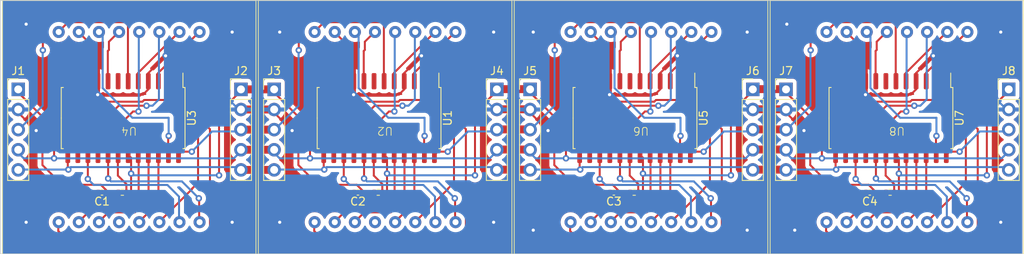
<source format=kicad_pcb>
(kicad_pcb (version 20221018) (generator pcbnew)
  (layers (0 "F.Cu" signal) (31 "B.Cu" signal) (34 "B.Paste" user) (35 "F.Paste" user) (36 "B.SilkS" user "B.Silkscreen") (37 "F.SilkS" user "F.Silkscreen") (38 "B.Mask" user) (39 "F.Mask" user) (44 "Edge.Cuts" user))
  (net 0 "")
  (net 1 "Net-(U3-SEG_B)")
  (net 2 "Net-(U3-DIG_0)")
  (net 3 "Net-(U3-DIG_4)")
  (net 4 "Net-(U3-DIG_6)")
  (net 5 "Net-(U3-DIG_2)")
  (net 6 "Net-(U3-DIG_3)")
  (net 7 "Net-(U3-DIG_7)")
  (net 8 "Net-(U3-DIG_5)")
  (net 9 "Net-(U3-DIG_1)")
  (net 10 "Net-(U3-SEG_A)")
  (net 11 "Net-(U3-SEG_F)")
  (net 12 "Net-(U3-SEG_G)")
  (net 13 "Net-(U3-SEG_C)")
  (net 14 "Net-(U3-SEG_E)")
  (net 15 "Net-(U3-SEG_DP)")
  (net 16 "Net-(U3-SEG_D)")
  (net 17 "Net-(U3-ISET)")
  (net 18 "/Max7219_8x8/DOUT")
  (net 19 "/Max7219_8x8/DIN")
  (net 20 "/Max7219_8x10/VCC")
  (net 21 "/Max7219_8x10/GND")
  (net 22 "/Max7219_8x10/DIN")
  (net 23 "/Max7219_8x10/CS")
  (net 24 "/Max7219_8x10/CLK")
  (net 25 "/Max7219_8x10/DOUT")
  (net 26 "/Max7219_8x11/DOUT")
  (net 27 "Net-(U1-ISET)")
  (net 28 "Net-(U5-ISET)")
  (net 29 "Net-(U7-ISET)")
  (net 30 "Net-(U1-DIG_0)")
  (net 31 "Net-(U1-DIG_4)")
  (net 32 "Net-(U1-DIG_6)")
  (net 33 "Net-(U1-DIG_2)")
  (net 34 "Net-(U1-DIG_3)")
  (net 35 "Net-(U1-DIG_7)")
  (net 36 "Net-(U1-DIG_5)")
  (net 37 "Net-(U1-DIG_1)")
  (net 38 "Net-(U1-SEG_A)")
  (net 39 "Net-(U1-SEG_F)")
  (net 40 "Net-(U1-SEG_B)")
  (net 41 "Net-(U1-SEG_G)")
  (net 42 "Net-(U1-SEG_C)")
  (net 43 "Net-(U1-SEG_E)")
  (net 44 "Net-(U1-SEG_DP)")
  (net 45 "Net-(U1-SEG_D)")
  (net 46 "Net-(U5-DIG_0)")
  (net 47 "Net-(U5-DIG_4)")
  (net 48 "Net-(U5-DIG_6)")
  (net 49 "Net-(U5-DIG_2)")
  (net 50 "Net-(U5-DIG_3)")
  (net 51 "Net-(U5-DIG_7)")
  (net 52 "Net-(U5-DIG_5)")
  (net 53 "Net-(U5-DIG_1)")
  (net 54 "Net-(U5-SEG_A)")
  (net 55 "Net-(U5-SEG_F)")
  (net 56 "Net-(U5-SEG_B)")
  (net 57 "Net-(U5-SEG_G)")
  (net 58 "Net-(U5-SEG_C)")
  (net 59 "Net-(U5-SEG_E)")
  (net 60 "Net-(U5-SEG_DP)")
  (net 61 "Net-(U5-SEG_D)")
  (net 62 "Net-(U7-DIG_0)")
  (net 63 "Net-(U7-DIG_4)")
  (net 64 "Net-(U7-DIG_6)")
  (net 65 "Net-(U7-DIG_2)")
  (net 66 "Net-(U7-DIG_3)")
  (net 67 "Net-(U7-DIG_7)")
  (net 68 "Net-(U7-DIG_5)")
  (net 69 "Net-(U7-DIG_1)")
  (net 70 "Net-(U7-SEG_A)")
  (net 71 "Net-(U7-SEG_F)")
  (net 72 "Net-(U7-SEG_B)")
  (net 73 "Net-(U7-SEG_G)")
  (net 74 "Net-(U7-SEG_C)")
  (net 75 "Net-(U7-SEG_E)")
  (net 76 "Net-(U7-SEG_DP)")
  (net 77 "Net-(U7-SEG_D)")
  (footprint "Resistor_SMD:R_0402_1005Metric" (layer "F.Cu") (at 44.140667 61.214)
    (fp_text reference "R1" hide)
    (fp_text value "10k")
  )
  (footprint "Connector_PinHeader_2.54mm:PinHeader_1x05_P2.54mm_Vertical" (layer "F.Cu") (at 95.600001 48.23)
    (fp_text reference "J5")
    (fp_text value "Input")
  )
  (footprint "Capacitor_SMD:C_0402_1005Metric" (layer "F.Cu") (at 138.474668 61.214 180)
    (fp_text reference "C4")
    (fp_text value "0.1uF" hide)
  )
  (footprint "Resistor_SMD:R_0402_1005Metric" (layer "F.Cu") (at 76.440668 61.214)
    (fp_text reference "R2" hide)
    (fp_text value "10k")
  )
  (footprint "Connector_PinHeader_2.54mm:PinHeader_1x05_P2.54mm_Vertical" (layer "F.Cu") (at 59.11 48.23)
    (fp_text reference "J2")
    (fp_text value "Out")
  )
  (footprint "Connector_PinHeader_2.54mm:PinHeader_1x05_P2.54mm_Vertical" (layer "F.Cu") (at 156.010001 48.230001)
    (fp_text reference "J8")
    (fp_text value "Out")
  )
  (footprint "Package_SO:SOIC-24W_7.5x15.4mm_P1.27mm" (layer "F.Cu") (at 108.841668 51.85 -90)
    (fp_text reference "U5")
    (fp_text value "MAX7221xWG")
  )
  (footprint "Capacitor_SMD:C_0402_1005Metric" (layer "F.Cu") (at 41.574667 61.214 180)
    (fp_text reference "C1")
    (fp_text value "0.1uF" hide)
  )
  (footprint "Connector_PinHeader_2.54mm:PinHeader_1x05_P2.54mm_Vertical" (layer "F.Cu") (at 123.710001 48.230001)
    (fp_text reference "J6")
    (fp_text value "Out")
  )
  (footprint "LED_Matrix:8x8" (layer "F.Cu") (at 141.9 53 180)
    (fp_text reference "U8")
    (fp_text value "KWM-30881CVB")
  )
  (footprint "Connector_PinHeader_2.54mm:PinHeader_1x05_P2.54mm_Vertical" (layer "F.Cu") (at 31 48.23)
    (fp_text reference "J1")
    (fp_text value "Input")
  )
  (footprint "Capacitor_SMD:C_0402_1005Metric" (layer "F.Cu") (at 106.174668 61.214 180)
    (fp_text reference "C3")
    (fp_text value "0.1uF" hide)
  )
  (footprint "LED_Matrix:8x8" (layer "F.Cu") (at 77.3 53 180)
    (fp_text reference "U2")
    (fp_text value "KWM-30881CVB")
  )
  (footprint "Capacitor_SMD:C_0402_1005Metric" (layer "F.Cu") (at 73.874668 61.214 180)
    (fp_text reference "C2")
    (fp_text value "0.1uF" hide)
  )
  (footprint "Resistor_SMD:R_0402_1005Metric" (layer "F.Cu") (at 141.040668 61.214)
    (fp_text reference "R4" hide)
    (fp_text value "10k")
  )
  (footprint "Package_SO:SOIC-24W_7.5x15.4mm_P1.27mm" (layer "F.Cu") (at 44.241667 51.85 -90)
    (fp_text reference "U3")
    (fp_text value "MAX7221xWG")
  )
  (footprint "Connector_PinHeader_2.54mm:PinHeader_1x05_P2.54mm_Vertical" (layer "F.Cu") (at 91.410001 48.230001)
    (fp_text reference "J4")
    (fp_text value "Out")
  )
  (footprint "Connector_PinHeader_2.54mm:PinHeader_1x05_P2.54mm_Vertical" (layer "F.Cu") (at 127.900001 48.23)
    (fp_text reference "J7")
    (fp_text value "Input")
  )
  (footprint "Package_SO:SOIC-24W_7.5x15.4mm_P1.27mm" (layer "F.Cu") (at 76.541668 51.85 -90)
    (fp_text reference "U1")
    (fp_text value "MAX7221xWG")
  )
  (footprint "LED_Matrix:8x8" (layer "F.Cu") (at 109.6 53 180)
    (fp_text reference "U6")
    (fp_text value "KWM-30881CVB")
  )
  (footprint "Resistor_SMD:R_0402_1005Metric" (layer "F.Cu") (at 108.740668 61.214)
    (fp_text reference "R3" hide)
    (fp_text value "10k")
  )
  (footprint "Connector_PinHeader_2.54mm:PinHeader_1x05_P2.54mm_Vertical" (layer "F.Cu") (at 63.300001 48.23)
    (fp_text reference "J3")
    (fp_text value "Input")
  )
  (footprint "Package_SO:SOIC-24W_7.5x15.4mm_P1.27mm" (layer "F.Cu") (at 141.141668 51.85 -90)
    (fp_text reference "U7")
    (fp_text value "MAX7221xWG")
  )
  (footprint "LED_Matrix:8x8" (layer "F.Cu") (at 45 53 180)
    (fp_text reference "U4")
    (fp_text value "KWM-30881CVB")
  )
  (gr_rect (start 28.75 37) (end 157.75 69) (stroke (width 0.1)) (fill none) (layer "Edge.Cuts"))
  (segment (start 46.174667 51.0165) (end 45.495168 51.0165) (width 0.25) (layer "F.Cu") (net 1))
  (segment (start 41.036667 55.475001) (end 41.036667 56.5) (width 0.25) (layer "F.Cu") (net 1))
  (segment (start 45.495168 51.0165) (end 41.036667 55.475001) (width 0.25) (layer "F.Cu") (net 1))
  (via (at 46.174667 51.0165) (size 0.8) (drill 0.4) (layers "F.Cu" "B.Cu") (net 1))
  (segment (start 46.216667 50.758) (end 46.174667 50.8) (width 0.25) (layer "B.Cu") (net 1))
  (segment (start 46.174667 50.8) (end 46.174667 51.0165) (width 0.25) (layer "B.Cu") (net 1))
  (segment (start 46.216667 40.9858) (end 46.216667 50.758) (width 0.25) (layer "B.Cu") (net 1))
  (segment (start 55.196667 53.25) (end 49.926667 47.98) (width 0.25) (layer "F.Cu") (net 2))
  (segment (start 49.926667 47.98) (end 49.926667 47.63) (width 0.25) (layer "F.Cu") (net 2))
  (segment (start 37.346667 67.4) (end 53.546667 67.4) (width 0.25) (layer "F.Cu") (net 2))
  (segment (start 53.546667 67.4) (end 55.196667 65.75) (width 0.25) (layer "F.Cu") (net 2))
  (segment (start 55.196667 65.75) (end 55.196667 53.25) (width 0.25) (layer "F.Cu") (net 2))
  (segment (start 36.056667 64.9888) (end 36.056667 66.11) (width 0.25) (layer "F.Cu") (net 2))
  (segment (start 36.056667 66.11) (end 37.346667 67.4) (width 0.25) (layer "F.Cu") (net 2))
  (segment (start 53.836667 40.9858) (end 48.656667 46.1658) (width 0.25) (layer "F.Cu") (net 3))
  (segment (start 48.656667 46.1658) (end 48.656667 46.77) (width 0.25) (layer "F.Cu") (net 3))
  (segment (start 51.296667 40.9858) (end 46.116667 46.1658) (width 0.25) (layer "F.Cu") (net 4))
  (segment (start 46.116667 46.1658) (end 46.116667 47.2) (width 0.25) (layer "F.Cu") (net 4))
  (segment (start 44.846667 47.2) (end 44.846667 40.15) (width 0.25) (layer "F.Cu") (net 5))
  (segment (start 37.292467 39.75) (end 44.446667 39.75) (width 0.25) (layer "F.Cu") (net 5))
  (segment (start 36.056667 40.9858) (end 37.292467 39.75) (width 0.25) (layer "F.Cu") (net 5))
  (segment (start 44.846667 40.15) (end 44.446667 39.75) (width 0.25) (layer "F.Cu") (net 5))
  (segment (start 42.446667 43.25) (end 42.306667 43.39) (width 0.25) (layer "F.Cu") (net 7))
  (segment (start 43.676667 40.9858) (end 42.446667 42.2158) (width 0.25) (layer "F.Cu") (net 7))
  (segment (start 42.446667 42.2158) (end 42.446667 43.25) (width 0.25) (layer "F.Cu") (net 7))
  (segment (start 42.306667 43.39) (end 42.306667 47.2) (width 0.25) (layer "F.Cu") (net 7))
  (segment (start 39.696667 42.0858) (end 39.696667 46.7) (width 0.25) (layer "F.Cu") (net 8))
  (segment (start 38.596667 40.9858) (end 39.696667 42.0858) (width 0.25) (layer "F.Cu") (net 8))
  (segment (start 53.696667 60) (end 53.696667 53.25) (width 0.25) (layer "F.Cu") (net 9))
  (segment (start 53.696667 53.25) (end 50.013667 49.567) (width 0.25) (layer "F.Cu") (net 9))
  (segment (start 50.013667 49.567) (end 46.890362 49.567) (width 0.25) (layer "F.Cu") (net 9))
  (segment (start 46.673362 49.784) (end 39.580667 49.784) (width 0.25) (layer "F.Cu") (net 9))
  (segment (start 38.496667 47.794999) (end 38.496667 47.63) (width 0.25) (layer "F.Cu") (net 9))
  (segment (start 38.496667 48.7) (end 38.496667 47.2) (width 0.25) (layer "F.Cu") (net 9))
  (segment (start 52.946667 60.7988) (end 52.946667 60.75) (width 0.25) (layer "F.Cu") (net 9))
  (segment (start 39.580667 49.784) (end 38.496667 48.7) (width 0.25) (layer "F.Cu") (net 9))
  (segment (start 48.756667 64.9888) (end 52.946667 60.7988) (width 0.25) (layer "F.Cu") (net 9))
  (segment (start 46.890362 49.567) (end 46.673362 49.784) (width 0.25) (layer "F.Cu") (net 9))
  (segment (start 52.946667 60.75) (end 53.696667 60) (width 0.25) (layer "F.Cu") (net 9))
  (segment (start 47.190667 50.292) (end 43.679668 50.292) (width 0.25) (layer "F.Cu") (net 10))
  (segment (start 43.679668 50.292) (end 38.496667 55.475001) (width 0.25) (layer "F.Cu") (net 10))
  (segment (start 38.496667 55.475001) (end 38.496667 56.5) (width 0.25) (layer "F.Cu") (net 10))
  (via (at 47.190667 50.292) (size 0.8) (drill 0.4) (layers "F.Cu" "B.Cu") (net 10))
  (segment (start 48.756667 40.9858) (end 48.756667 49.488) (width 0.25) (layer "B.Cu") (net 10))
  (segment (start 47.952667 50.292) (end 47.190667 50.292) (width 0.25) (layer "B.Cu") (net 10))
  (segment (start 48.756667 49.488) (end 47.952667 50.292) (width 0.25) (layer "B.Cu") (net 10))
  (segment (start 39.786667 59.54) (end 39.786667 56.52) (width 0.25) (layer "F.Cu") (net 11))
  (segment (start 39.786667 56.52) (end 39.766667 56.5) (width 0.25) (layer "F.Cu") (net 11))
  (via (at 39.786667 59.54) (size 0.8) (drill 0.4) (layers "F.Cu" "B.Cu") (net 11))
  (segment (start 39.786667 59.54) (end 40.536667 60.29) (width 0.25) (layer "B.Cu") (net 11))
  (segment (start 49.822667 60.29) (end 51.296667 61.764) (width 0.25) (layer "B.Cu") (net 11))
  (segment (start 40.536667 60.29) (end 49.822667 60.29) (width 0.25) (layer "B.Cu") (net 11))
  (segment (start 51.296667 61.764) (end 51.296667 64.9888) (width 0.25) (layer "B.Cu") (net 11))
  (segment (start 42.346667 59.48) (end 42.346667 56.54) (width 0.25) (layer "F.Cu") (net 12))
  (segment (start 42.346667 56.54) (end 42.306667 56.5) (width 0.25) (layer "F.Cu") (net 12))
  (segment (start 53.836667 64.9888) (end 53.836667 62.018) (width 0.25) (layer "F.Cu") (net 12))
  (segment (start 53.836667 62.018) (end 53.794667 61.976) (width 0.25) (layer "F.Cu") (net 12))
  (via (at 53.794667 61.976) (size 0.8) (drill 0.4) (layers "F.Cu" "B.Cu") (net 12))
  (via (at 42.346667 59.48) (size 0.8) (drill 0.4) (layers "F.Cu" "B.Cu") (net 12))
  (segment (start 51.658667 59.84) (end 53.794667 61.976) (width 0.25) (layer "B.Cu") (net 12))
  (segment (start 42.346667 59.48) (end 42.706667 59.84) (width 0.25) (layer "B.Cu") (net 12))
  (segment (start 42.706667 59.84) (end 51.658667 59.84) (width 0.25) (layer "B.Cu") (net 12))
  (segment (start 40.585467 63) (end 44.876667 63) (width 0.25) (layer "F.Cu") (net 13))
  (segment (start 46.196667 61.68) (end 46.196667 56.85) (width 0.25) (layer "F.Cu") (net 13))
  (segment (start 44.876667 63) (end 46.196667 61.68) (width 0.25) (layer "F.Cu") (net 13))
  (segment (start 38.596667 64.9888) (end 40.585467 63) (width 0.25) (layer "F.Cu") (net 13))
  (segment (start 47.446667 56.87) (end 47.446667 62.016396) (width 0.25) (layer "F.Cu") (net 14))
  (segment (start 47.446667 62.016396) (end 45.713063 63.75) (width 0.25) (layer "F.Cu") (net 14))
  (segment (start 45.713063 63.75) (end 42.375467 63.75) (width 0.25) (layer "F.Cu") (net 14))
  (segment (start 42.375467 63.75) (end 41.136667 64.9888) (width 0.25) (layer "F.Cu") (net 14))
  (segment (start 48.696667 62.5088) (end 46.216667 64.9888) (width 0.25) (layer "F.Cu") (net 15))
  (segment (start 48.696667 56.89) (end 48.696667 62.5088) (width 0.25) (layer "F.Cu") (net 15))
  (segment (start 49.926667 56.5) (end 49.926667 54.16) (width 0.25) (layer "F.Cu") (net 16))
  (segment (start 49.926667 54.16) (end 49.984667 54.102) (width 0.25) (layer "F.Cu") (net 16))
  (via (at 49.984667 54.102) (size 0.8) (drill 0.4) (layers "F.Cu" "B.Cu") (net 16))
  (segment (start 41.656667 48.06) (end 41.656667 41.452467) (width 0.25) (layer "B.Cu") (net 16))
  (segment (start 49.984667 51.816) (end 45.412667 51.816) (width 0.25) (layer "B.Cu") (net 16))
  (segment (start 41.656667 41.452467) (end 41.19 40.9858) (width 0.25) (layer "B.Cu") (net 16))
  (segment (start 45.412667 51.816) (end 41.656667 48.06) (width 0.25) (layer "B.Cu") (net 16))
  (segment (start 49.984667 54.102) (end 49.984667 51.816) (width 0.25) (layer "B.Cu") (net 16))
  (segment (start 44.650667 61.214) (end 44.650667 60.184) (width 0.25) (layer "F.Cu") (net 17))
  (segment (start 43.576667 59.11) (end 43.576667 56.5) (width 0.25) (layer "F.Cu") (net 17))
  (segment (start 44.650667 60.184) (end 43.576667 59.11) (width 0.25) (layer "F.Cu") (net 17))
  (segment (start 59.11 53.31) (end 63.300001 53.31) (width 1) (layer "F.Cu") (net 18))
  (segment (start 83.526668 45.8) (end 83.526668 47.2) (width 0.25) (layer "F.Cu") (net 18))
  (segment (start 52.906667 56.09) (end 51.636667 56.09) (width 0.25) (layer "F.Cu") (net 18))
  (segment (start 66.406668 40.91) (end 68.056668 39.26) (width 0.25) (layer "F.Cu") (net 18))
  (segment (start 86.576668 39.26) (end 87.616668 40.3) (width 0.25) (layer "F.Cu") (net 18))
  (segment (start 68.056668 39.26) (end 86.576668 39.26) (width 0.25) (layer "F.Cu") (net 18))
  (segment (start 87.616668 40.3) (end 87.616668 41.71) (width 0.25) (layer "F.Cu") (net 18))
  (segment (start 87.616668 41.71) (end 83.526668 45.8) (width 0.25) (layer "F.Cu") (net 18))
  (segment (start 66.406668 43.29) (end 66.406668 40.91) (width 0.25) (layer "F.Cu") (net 18))
  (segment (start 51.636667 56.09) (end 51.226667 56.5) (width 0.25) (layer "F.Cu") (net 18))
  (via (at 66.406668 43.29) (size 0.8) (drill 0.4) (layers "F.Cu" "B.Cu") (net 18))
  (via (at 52.906667 56.09) (size 0.8) (drill 0.4) (layers "F.Cu" "B.Cu") (net 18))
  (segment (start 63.136668 53.54) (end 66.386668 50.29) (width 0.25) (layer "B.Cu") (net 18))
  (segment (start 55.456667 53.54) (end 52.906667 56.09) (width 0.25) (layer "B.Cu") (net 18))
  (segment (start 59.066667 53.54) (end 55.456667 53.54) (width 0.25) (layer "B.Cu") (net 18))
  (segment (start 66.386668 43.31) (end 66.406668 43.29) (width 0.25) (layer "B.Cu") (net 18))
  (segment (start 66.386668 44.42) (end 66.386668 43.31) (width 0.25) (layer "B.Cu") (net 18))
  (segment (start 66.386668 50.29) (end 66.386668 44.42) (width 0.25) (layer "B.Cu") (net 18))
  (segment (start 51.226667 45.8) (end 51.226667 47.2) (width 0.25) (layer "F.Cu") (net 19))
  (segment (start 55.316667 41.71) (end 51.226667 45.8) (width 0.25) (layer "F.Cu") (net 19))
  (segment (start 55.316667 40.3) (end 55.316667 41.71) (width 0.25) (layer "F.Cu") (net 19))
  (segment (start 34.106667 43.29) (end 34.106667 40.91) (width 0.25) (layer "F.Cu") (net 19))
  (segment (start 54.276667 39.26) (end 55.316667 40.3) (width 0.25) (layer "F.Cu") (net 19))
  (segment (start 34.106667 40.91) (end 35.756667 39.26) (width 0.25) (layer "F.Cu") (net 19))
  (segment (start 35.756667 39.26) (end 54.276667 39.26) (width 0.25) (layer "F.Cu") (net 19))
  (via (at 34.106667 43.29) (size 0.8) (drill 0.4) (layers "F.Cu" "B.Cu") (net 19))
  (segment (start 30.836667 53.54) (end 34.086667 50.29) (width 0.25) (layer "B.Cu") (net 19))
  (segment (start 34.086667 43.31) (end 34.106667 43.29) (width 0.25) (layer "B.Cu") (net 19))
  (segment (start 34.086667 44.42) (end 34.086667 43.31) (width 0.25) (layer "B.Cu") (net 19))
  (segment (start 34.086667 50.29) (end 34.086667 44.42) (width 0.25) (layer "B.Cu") (net 19))
  (segment (start 68.846668 60.27) (end 66.356668 57.78) (width 0.25) (layer "F.Cu") (net 20))
  (segment (start 138.954668 61.214) (end 138.954668 60.904001) (width 0.25) (layer "F.Cu") (net 20))
  (segment (start 109.845668 58.85) (end 109.845668 56.869) (width 0.25) (layer "F.Cu") (net 20))
  (segment (start 73.720667 60.27) (end 68.846668 60.27) (width 0.25) (layer "F.Cu") (net 20))
  (segment (start 106.020667 60.27) (end 101.146668 60.27) (width 0.25) (layer "F.Cu") (net 20))
  (segment (start 36.546667 60.27) (end 34.056667 57.78) (width 0.25) (layer "F.Cu") (net 20))
  (segment (start 109.845668 56.869) (end 109.476668 56.5) (width 0.25) (layer "F.Cu") (net 20))
  (segment (start 34.056667 51.68) (end 30.836667 48.46) (width 0.25) (layer "F.Cu") (net 20))
  (segment (start 41.420666 60.27) (end 36.546667 60.27) (width 0.25) (layer "F.Cu") (net 20))
  (segment (start 74.354668 60.904001) (end 73.720667 60.27) (width 0.25) (layer "F.Cu") (net 20))
  (segment (start 77.545668 56.869) (end 77.176668 56.5) (width 0.25) (layer "F.Cu") (net 20))
  (segment (start 45.245667 58.85) (end 45.245667 56.869) (width 0.25) (layer "F.Cu") (net 20))
  (segment (start 66.356668 51.68) (end 63.136668 48.46) (width 0.25) (layer "F.Cu") (net 20))
  (segment (start 130.956668 51.68) (end 127.736668 48.46) (width 0.25) (layer "F.Cu") (net 20))
  (segment (start 130.956668 57.78) (end 130.956668 51.68) (width 0.25) (layer "F.Cu") (net 20))
  (segment (start 141.907668 61.859) (end 142.145668 61.621) (width 0.25) (layer "F.Cu") (net 20))
  (segment (start 155.966668 48.46) (end 153.246668 51.18) (width 0.25) (layer "F.Cu") (net 20))
  (segment (start 75.930668 61.214) (end 76.575668 61.859) (width 0.25) (layer "F.Cu") (net 20))
  (segment (start 101.146668 60.27) (end 98.656668 57.78) (width 0.25) (layer "F.Cu") (net 20))
  (segment (start 106.654668 61.214) (end 106.654668 60.904001) (width 0.25) (layer "F.Cu") (net 20))
  (segment (start 59.066667 48.46) (end 56.346667 51.18) (width 0.25) (layer "F.Cu") (net 20))
  (segment (start 34.056667 57.78) (end 34.056667 51.68) (width 0.25) (layer "F.Cu") (net 20))
  (segment (start 138.954668 61.214) (end 140.530668 61.214) (width 0.25) (layer "F.Cu") (net 20))
  (segment (start 77.307668 61.859) (end 77.545668 61.621) (width 0.25) (layer "F.Cu") (net 20))
  (segment (start 109.845668 61.621) (end 109.845668 58.85) (width 0.25) (layer "F.Cu") (net 20))
  (segment (start 42.054667 61.214) (end 42.054667 60.904001) (width 0.25) (layer "F.Cu") (net 20))
  (segment (start 42.054667 61.214) (end 43.630667 61.214) (width 0.25) (layer "F.Cu") (net 20))
  (segment (start 91.404999 48.2) (end 95.595 48.2) (width 1) (layer "F.Cu") (net 20))
  (segment (start 123.666668 48.46) (end 120.946668 51.18) (width 0.25) (layer "F.Cu") (net 20))
  (segment (start 120.946668 51.18) (end 120.946668 59.0745) (width 0.25) (layer "F.Cu") (net 20))
  (segment (start 140.530668 61.214) (end 141.175668 61.859) (width 0.25) (layer "F.Cu") (net 20))
  (segment (start 74.354668 61.214) (end 74.354668 60.904001) (width 0.25) (layer "F.Cu") (net 20))
  (segment (start 77.545668 61.621) (end 77.545668 58.85) (width 0.25) (layer "F.Cu") (net 20))
  (segment (start 133.446668 60.27) (end 130.956668 57.78) (width 0.25) (layer "F.Cu") (net 20))
  (segment (start 142.145668 58.85) (end 142.145668 56.869) (width 0.25) (layer "F.Cu") (net 20))
  (segment (start 142.145668 61.621) (end 142.145668 58.85) (width 0.25) (layer "F.Cu") (net 20))
  (segment (start 88.646668 51.18) (end 88.646668 59.0745) (width 0.25) (layer "F.Cu") (net 20))
  (segment (start 108.875668 61.859) (end 109.607668 61.859) (width 0.25) (layer "F.Cu") (net 20))
  (segment (start 42.054667 60.904001) (end 41.420666 60.27) (width 0.25) (layer "F.Cu") (net 20))
  (segment (start 106.654668 61.214) (end 108.230668 61.214) (width 0.25) (layer "F.Cu") (net 20))
  (segment (start 138.320667 60.27) (end 133.446668 60.27) (width 0.25) (layer "F.Cu") (net 20))
  (segment (start 59.11 48.23) (end 63.300001 48.23) (width 1) (layer "F.Cu") (net 20))
  (segment (start 56.346667 51.18) (end 56.346667 59.0745) (width 0.25) (layer "F.Cu") (net 20))
  (segment (start 106.654668 60.904001) (end 106.020667 60.27) (width 0.25) (layer "F.Cu") (net 20))
  (segment (start 153.246668 51.18) (end 153.246668 59.0745) (width 0.25) (layer "F.Cu") (net 20))
  (segment (start 74.354668 61.214) (end 75.930668 61.214) (width 0.25) (layer "F.Cu") (net 20))
  (segment (start 138.954668 60.904001) (end 138.320667 60.27) (width 0.25) (layer "F.Cu") (net 20))
  (segment (start 109.607668 61.859) (end 109.845668 61.621) (width 0.25) (layer "F.Cu") (net 20))
  (segment (start 141.175668 61.859) (end 141.907668 61.859) (width 0.25) (layer "F.Cu") (net 20))
  (segment (start 98.656668 57.78) (end 98.656668 51.68) (width 0.25) (layer "F.Cu") (net 20))
  (segment (start 142.145668 56.869) (end 141.776668 56.5) (width 0.25) (layer "F.Cu") (net 20))
  (segment (start 91.366668 48.46) (end 88.646668 51.18) (width 0.25) (layer "F.Cu") (net 20))
  (segment (start 45.245667 61.621) (end 45.245667 58.85) (width 0.25) (layer "F.Cu") (net 20))
  (segment (start 76.575668 61.859) (end 77.307668 61.859) (width 0.25) (layer "F.Cu") (net 20))
  (segment (start 77.545668 58.85) (end 77.545668 56.869) (width 0.25) (layer "F.Cu") (net 20))
  (segment (start 66.356668 57.78) (end 66.356668 51.68) (width 0.25) (layer "F.Cu") (net 20))
  (segment (start 123.704999 48.2) (end 127.895 48.2) (width 1) (layer "F.Cu") (net 20))
  (segment (start 98.656668 51.68) (end 95.436668 48.46) (width 0.25) (layer "F.Cu") (net 20))
  (segment (start 43.630667 61.214) (end 44.275667 61.859) (width 0.25) (layer "F.Cu") (net 20))
  (segment (start 108.230668 61.214) (end 108.875668 61.859) (width 0.25) (layer "F.Cu") (net 20))
  (segment (start 45.007667 61.859) (end 45.245667 61.621) (width 0.25) (layer "F.Cu") (net 20))
  (segment (start 44.275667 61.859) (end 45.007667 61.859) (width 0.25) (layer "F.Cu") (net 20))
  (segment (start 45.245667 56.869) (end 44.876667 56.5) (width 0.25) (layer "F.Cu") (net 20))
  (via (at 45.245667 58.85) (size 0.8) (drill 0.4) (layers "F.Cu" "B.Cu") (net 20))
  (via (at 56.346667 59.0745) (size 0.8) (drill 0.4) (layers "F.Cu" "B.Cu") (net 20))
  (via (at 109.845668 58.85) (size 0.8) (drill 0.4) (layers "F.Cu" "B.Cu") (net 20))
  (via (at 77.545668 58.85) (size 0.8) (drill 0.4) (layers "F.Cu" "B.Cu") (net 20))
  (via (at 142.145668 58.85) (size 0.8) (drill 0.4) (layers "F.Cu" "B.Cu") (net 20))
  (via (at 88.646668 59.0745) (size 0.8) (drill 0.4) (layers "F.Cu" "B.Cu") (net 20))
  (via (at 153.246668 59.0745) (size 0.8) (drill 0.4) (layers "F.Cu" "B.Cu") (net 20))
  (via (at 120.946668 59.0745) (size 0.8) (drill 0.4) (layers "F.Cu" "B.Cu") (net 20))
  (segment (start 110.070168 59.0745) (end 109.845668 58.85) (width 0.25) (layer "B.Cu") (net 20))
  (segment (start 77.770168 59.0745) (end 77.545668 58.85) (width 0.25) (layer "B.Cu") (net 20))
  (segment (start 45.470167 59.0745) (end 45.245667 58.85) (width 0.25) (layer "B.Cu") (net 20))
  (segment (start 56.346667 59.0745) (end 45.470167 59.0745) (width 0.25) (layer "B.Cu") (net 20))
  (segment (start 142.370168 59.0745) (end 142.145668 58.85) (width 0.25) (layer "B.Cu") (net 20))
  (segment (start 120.946668 59.0745) (end 110.070168 59.0745) (width 0.25) (layer "B.Cu") (net 20))
  (segment (start 88.646668 59.0745) (end 77.770168 59.0745) (width 0.25) (layer "B.Cu") (net 20))
  (segment (start 153.246668 59.0745) (end 142.370168 59.0745) (width 0.25) (layer "B.Cu") (net 20))
  (segment (start 73.394668 61.214) (end 68.360668 61.214) (width 0.25) (layer "F.Cu") (net 21))
  (segment (start 73.326668 48.9) (end 79.041667 48.9) (width 0.25) (layer "F.Cu") (net 21))
  (segment (start 41.046667 47.05) (end 41.046667 48.88) (width 0.25) (layer "F.Cu") (net 21))
  (segment (start 100.660668 61.214) (end 97.866668 58.42) (width 0.25) (layer "F.Cu") (net 21))
  (segment (start 112.016668 48.224999) (end 112.016668 47.2) (width 0.25) (layer "F.Cu") (net 21))
  (segment (start 143.641667 48.9) (end 144.316668 48.224999) (width 0.25) (layer "F.Cu") (net 21))
  (segment (start 46.741666 48.9) (end 47.416667 48.224999) (width 0.25) (layer "F.Cu") (net 21))
  (segment (start 97.866668 53.43) (end 95.436668 51) (width 0.25) (layer "F.Cu") (net 21))
  (segment (start 137.926668 48.9) (end 143.641667 48.9) (width 0.25) (layer "F.Cu") (net 21))
  (segment (start 137.946668 47.05) (end 137.946668 48.88) (width 0.25) (layer "F.Cu") (net 21))
  (segment (start 137.946668 48.88) (end 137.926668 48.9) (width 0.25) (layer "F.Cu") (net 21))
  (segment (start 41.026667 48.9) (end 46.741666 48.9) (width 0.25) (layer "F.Cu") (net 21))
  (segment (start 132.960668 61.214) (end 130.166668 58.42) (width 0.25) (layer "F.Cu") (net 21))
  (segment (start 41.066667 47.07) (end 41.046667 47.05) (width 0.25) (layer "F.Cu") (net 21))
  (segment (start 49.596667 43.99) (end 47.416667 46.17) (width 0.25) (layer "F.Cu") (net 21))
  (segment (start 105.666668 47.2) (end 105.666668 47.07) (width 0.25) (layer "F.Cu") (net 21))
  (segment (start 105.626668 48.9) (end 111.341667 48.9) (width 0.25) (layer "F.Cu") (net 21))
  (segment (start 59.11 50.77) (end 63.300001 50.77) (width 1) (layer "F.Cu") (net 21))
  (segment (start 105.646668 48.88) (end 105.626668 48.9) (width 0.25) (layer "F.Cu") (net 21))
  (segment (start 79.041667 48.9) (end 79.716668 48.224999) (width 0.25) (layer "F.Cu") (net 21))
  (segment (start 73.346668 48.88) (end 73.326668 48.9) (width 0.25) (layer "F.Cu") (net 21))
  (segment (start 137.966668 47.07) (end 137.946668 47.05) (width 0.25) (layer "F.Cu") (net 21))
  (segment (start 73.346668 47.05) (end 73.346668 48.88) (width 0.25) (layer "F.Cu") (net 21))
  (segment (start 144.316668 46.17) (end 144.316668 47.2) (width 0.25) (layer "F.Cu") (net 21))
  (segment (start 114.196668 43.99) (end 112.016668 46.17) (width 0.25) (layer "F.Cu") (net 21))
  (segment (start 97.866668 58.42) (end 97.866668 53.43) (width 0.25) (layer "F.Cu") (net 21))
  (segment (start 65.566668 53.43) (end 63.136668 51) (width 0.25) (layer "F.Cu") (net 21))
  (segment (start 130.166668 53.43) (end 127.736668 51) (width 0.25) (layer "F.Cu") (net 21))
  (segment (start 73.366668 47.07) (end 73.346668 47.05) (width 0.25) (layer "F.Cu") (net 21))
  (segment (start 146.496668 43.99) (end 144.316668 46.17) (width 0.25) (layer "F.Cu") (net 21))
  (segment (start 41.066667 47.2) (end 41.066667 47.07) (width 0.25) (layer "F.Cu") (net 21))
  (segment (start 112.016668 46.17) (end 112.016668 47.2) (width 0.25) (layer "F.Cu") (net 21))
  (segment (start 79.716668 46.17) (end 79.716668 47.2) (width 0.25) (layer "F.Cu") (net 21))
  (segment (start 81.896668 43.99) (end 79.716668 46.17) (width 0.25) (layer "F.Cu") (net 21))
  (segment (start 33.266667 58.42) (end 33.266667 53.43) (width 0.25) (layer "F.Cu") (net 21))
  (segment (start 105.666668 47.07) (end 105.646668 47.05) (width 0.25) (layer "F.Cu") (net 21))
  (segment (start 105.694668 61.214) (end 100.660668 61.214) (width 0.25) (layer "F.Cu") (net 21))
  (segment (start 47.416667 48.224999) (end 47.416667 47.2) (width 0.25) (layer "F.Cu") (net 21))
  (segment (start 111.341667 48.9) (end 112.016668 48.224999) (width 0.25) (layer "F.Cu") (net 21))
  (segment (start 36.060667 61.214) (end 33.266667 58.42) (width 0.25) (layer "F.Cu") (net 21))
  (segment (start 47.416667 46.17) (end 47.416667 47.2) (width 0.25) (layer "F.Cu") (net 21))
  (segment (start 73.366668 47.2) (end 73.366668 47.07) (width 0.25) (layer "F.Cu") (net 21))
  (segment (start 41.046667 48.88) (end 41.026667 48.9) (width 0.25) (layer "F.Cu") (net 21))
  (segment (start 91.404999 50.74) (end 95.595 50.74) (width 1) (layer "F.Cu") (net 21))
  (segment (start 41.094667 61.214) (end 36.060667 61.214) (width 0.25) (layer "F.Cu") (net 21))
  (segment (start 130.166668 58.42) (end 130.166668 53.43) (width 0.25) (layer "F.Cu") (net 21))
  (segment (start 65.566668 58.42) (end 65.566668 53.43) (width 0.25) (layer "F.Cu") (net 21))
  (segment (start 123.704999 50.74) (end 127.895 50.74) (width 1) (layer "F.Cu") (net 21))
  (segment (start 137.966668 47.2) (end 137.966668 47.07) (width 0.25) (layer "F.Cu") (net 21))
  (segment (start 105.646668 47.05) (end 105.646668 48.88) (width 0.25) (layer "F.Cu") (net 21))
  (segment (start 79.716668 48.224999) (end 79.716668 47.2) (width 0.25) (layer "F.Cu") (net 21))
  (segment (start 33.266667 53.43) (end 30.836667 51) (width 0.25) (layer "F.Cu") (net 21))
  (segment (start 68.360668 61.214) (end 65.566668 58.42) (width 0.25) (layer "F.Cu") (net 21))
  (segment (start 137.994668 61.214) (end 132.960668 61.214) (width 0.25) (layer "F.Cu") (net 21))
  (segment (start 144.316668 48.224999) (end 144.316668 47.2) (width 0.25) (layer "F.Cu") (net 21))
  (via (at 49.596667 43.99) (size 0.8) (drill 0.4) (layers "F.Cu" "B.Cu") (net 21))
  (via (at 91 41) (size 0.8) (drill 0.4) (layers "F.Cu" "B.Cu") (net 21))
  (via (at 155 41) (size 0.8) (drill 0.4) (layers "F.Cu" "B.Cu") (net 21))
  (via (at 58 65) (size 0.8) (drill 0.4) (layers "F.Cu" "B.Cu") (net 21))
  (via (at 123 41) (size 0.8) (drill 0.4) (layers "F.Cu" "B.Cu") (net 21))
  (via (at 96 66) (size 0.8) (drill 0.4) (layers "F.Cu" "B.Cu") (net 21))
  (via (at 91 65) (size 0.8) (drill 0.4) (layers "F.Cu" "B.Cu") (net 21))
  (via (at 64 41) (size 0.8) (drill 0.4) (layers "F.Cu" "B.Cu") (net 21))
  (via (at 81.896668 43.99) (size 0.8) (drill 0.4) (layers "F.Cu" "B.Cu") (net 21))
  (via (at 64 65) (size 0.8) (drill 0.4) (layers "F.Cu" "B.Cu") (net 21))
  (via (at 41.026667 48.9) (size 0.8) (drill 0.4) (layers "F.Cu" "B.Cu") (net 21))
  (via (at 73.326668 48.9) (size 0.8) (drill 0.4) (layers "F.Cu" "B.Cu") (net 21))
  (via (at 33.266667 53.43) (size 0.8) (drill 0.4) (layers "F.Cu" "B.Cu") (net 21))
  (via (at 114.196668 43.99) (size 0.8) (drill 0.4) (layers "F.Cu" "B.Cu") (net 21))
  (via (at 130.166668 53.43) (size 0.8) (drill 0.4) (layers "F.Cu" "B.Cu") (net 21))
  (via (at 32 65) (size 0.8) (drill 0.4) (layers "F.Cu" "B.Cu") (net 21))
  (via (at 129 66) (size 0.8) (drill 0.4) (layers "F.Cu" "B.Cu") (net 21))
  (via (at 65.566668 53.43) (size 0.8) (drill 0.4) (layers "F.Cu" "B.Cu") (net 21))
  (via (at 155 65) (size 0.8) (drill 0.4) (layers "F.Cu" "B.Cu") (net 21))
  (via (at 105.626668 48.9) (size 0.8) (drill 0.4) (layers "F.Cu" "B.Cu") (net 21))
  (via (at 58 41) (size 0.8) (drill 0.4) (layers "F.Cu" "B.Cu") (net 21))
  (via (at 123 66) (size 0.8) (drill 0.4) (layers "F.Cu" "B.Cu") (net 21))
  (via (at 128 40) (size 0.8) (drill 0.4) (layers "F.Cu" "B.Cu") (net 21))
  (via (at 97.866668 53.43) (size 0.8) (drill 0.4) (layers "F.Cu" "B.Cu") (net 21))
  (via (at 146.496668 43.99) (size 0.8) (drill 0.4) (layers "F.Cu" "B.Cu") (net 21))
  (via (at 137.926668 48.9) (size 0.8) (drill 0.4) (layers "F.Cu" "B.Cu") (net 21))
  (via (at 32 40) (size 0.8) (drill 0.4) (layers "F.Cu" "B.Cu") (net 21))
  (via (at 96 41) (size 0.8) (drill 0.4) (layers "F.Cu" "B.Cu") (net 21))
  (segment (start 37.796667 48.9) (end 33.266667 53.43) (width 0.25) (layer "B.Cu") (net 21))
  (segment (start 147.916668 45.41) (end 146.496668 43.99) (width 0.25) (layer "B.Cu") (net 21))
  (segment (start 70.096668 48.9) (end 65.566668 53.43) (width 0.25) (layer "B.Cu") (net 21))
  (segment (start 134.696668 48.9) (end 130.166668 53.43) (width 0.25) (layer "B.Cu") (net 21))
  (segment (start 85.776668 45.41) (end 85.326668 45.41) (width 0.25) (layer "B.Cu") (net 21))
  (segment (start 150.376668 45.41) (end 149.926668 45.41) (width 0.25) (layer "B.Cu") (net 21))
  (segment (start 83.316668 45.41) (end 81.896668 43.99) (width 0.25) (layer "B.Cu") (net 21))
  (segment (start 73.326668 48.9) (end 70.096668 48.9) (width 0.25) (layer "B.Cu") (net 21))
  (segment (start 115.616668 45.41) (end 114.196668 43.99) (width 0.25) (layer "B.Cu") (net 21))
  (segment (start 117.626668 45.41) (end 115.616668 45.41) (width 0.25) (layer "B.Cu") (net 21))
  (segment (start 149.926668 45.41) (end 147.916668 45.41) (width 0.25) (layer "B.Cu") (net 21))
  (segment (start 41.026667 48.9) (end 37.796667 48.9) (width 0.25) (layer "B.Cu") (net 21))
  (segment (start 51.016667 45.41) (end 49.596667 43.99) (width 0.25) (layer "B.Cu") (net 21))
  (segment (start 91.366668 51) (end 85.776668 45.41) (width 0.25) (layer "B.Cu") (net 21))
  (segment (start 102.396668 48.9) (end 97.866668 53.43) (width 0.25) (layer "B.Cu") (net 21))
  (segment (start 118.076668 45.41) (end 117.626668 45.41) (width 0.25) (layer "B.Cu") (net 21))
  (segment (start 53.026667 45.41) (end 51.016667 45.41) (width 0.25) (layer "B.Cu") (net 21))
  (segment (start 137.926668 48.9) (end 134.696668 48.9) (width 0.25) (layer "B.Cu") (net 21))
  (segment (start 85.326668 45.41) (end 83.316668 45.41) (width 0.25) (layer "B.Cu") (net 21))
  (segment (start 59.066667 51) (end 53.476667 45.41) (width 0.25) (layer "B.Cu") (net 21))
  (segment (start 53.476667 45.41) (end 53.026667 45.41) (width 0.25) (layer "B.Cu") (net 21))
  (segment (start 123.666668 51) (end 118.076668 45.41) (width 0.25) (layer "B.Cu") (net 21))
  (segment (start 105.626668 48.9) (end 102.396668 48.9) (width 0.25) (layer "B.Cu") (net 21))
  (segment (start 155.966668 51) (end 150.376668 45.41) (width 0.25) (layer "B.Cu") (net 21))
  (segment (start 100.356668 39.26) (end 118.876668 39.26) (width 0.25) (layer "F.Cu") (net 22))
  (segment (start 119.916668 40.3) (end 119.916668 41.71) (width 0.25) (layer "F.Cu") (net 22))
  (segment (start 91.404999 53.28) (end 95.595 53.28) (width 1) (layer "F.Cu") (net 22))
  (segment (start 98.706668 43.29) (end 98.706668 40.91) (width 0.25) (layer "F.Cu") (net 22))
  (segment (start 118.876668 39.26) (end 119.916668 40.3) (width 0.25) (layer "F.Cu") (net 22))
  (segment (start 115.826668 45.8) (end 115.826668 47.2) (width 0.25) (layer "F.Cu") (net 22))
  (segment (start 85.206668 56.09) (end 83.936668 56.09) (width 0.25) (layer "F.Cu") (net 22))
  (segment (start 83.936668 56.09) (end 83.526668 56.5) (width 0.25) (layer "F.Cu") (net 22))
  (segment (start 119.916668 41.71) (end 115.826668 45.8) (width 0.25) (layer "F.Cu") (net 22))
  (segment (start 98.706668 40.91) (end 100.356668 39.26) (width 0.25) (layer "F.Cu") (net 22))
  (via (at 98.706668 43.29) (size 0.8) (drill 0.4) (layers "F.Cu" "B.Cu") (net 22))
  (via (at 85.206668 56.09) (size 0.8) (drill 0.4) (layers "F.Cu" "B.Cu") (net 22))
  (segment (start 95.436668 53.54) (end 98.686668 50.29) (width 0.25) (layer "B.Cu") (net 22))
  (segment (start 98.686668 44.42) (end 98.686668 43.31) (width 0.25) (layer "B.Cu") (net 22))
  (segment (start 98.686668 50.29) (end 98.686668 44.42) (width 0.25) (layer "B.Cu") (net 22))
  (segment (start 87.756668 53.54) (end 85.206668 56.09) (width 0.25) (layer "B.Cu") (net 22))
  (segment (start 91.366668 53.54) (end 87.756668 53.54) (width 0.25) (layer "B.Cu") (net 22))
  (segment (start 98.686668 43.31) (end 98.706668 43.29) (width 0.25) (layer "B.Cu") (net 22))
  (segment (start 37.256667 47.2) (end 35.726667 47.2) (width 0.25) (layer "F.Cu") (net 23))
  (segment (start 35.726667 47.2) (end 35.526667 47.4) (width 0.25) (layer "F.Cu") (net 23))
  (segment (start 59.11 55.85) (end 63.300001 55.85) (width 1) (layer "F.Cu") (net 23))
  (segment (start 68.026668 47.2) (end 67.826668 47.4) (width 0.25) (layer "F.Cu") (net 23))
  (segment (start 69.556668 47.2) (end 68.026668 47.2) (width 0.25) (layer "F.Cu") (net 23))
  (segment (start 101.856668 47.2) (end 100.326668 47.2) (width 0.25) (layer "F.Cu") (net 23))
  (segment (start 100.326668 47.2) (end 100.126668 47.4) (width 0.25) (layer "F.Cu") (net 23))
  (segment (start 132.426668 47.4) (end 132.426668 56.93) (width 0.25) (layer "F.Cu") (net 23))
  (segment (start 100.126668 47.4) (end 100.126668 56.93) (width 0.25) (layer "F.Cu") (net 23))
  (segment (start 67.826668 47.4) (end 67.826668 56.93) (width 0.25) (layer "F.Cu") (net 23))
  (segment (start 134.156668 47.2) (end 132.626668 47.2) (width 0.25) (layer "F.Cu") (net 23))
  (segment (start 132.626668 47.2) (end 132.426668 47.4) (width 0.25) (layer "F.Cu") (net 23))
  (segment (start 123.704999 55.82) (end 127.895 55.82) (width 1) (layer "F.Cu") (net 23))
  (segment (start 91.404999 55.82) (end 95.595 55.82) (width 1) (layer "F.Cu") (net 23))
  (segment (start 35.526667 47.4) (end 35.526667 56.93) (width 0.25) (layer "F.Cu") (net 23))
  (via (at 35.526667 56.93) (size 0.8) (drill 0.4) (layers "F.Cu" "B.Cu") (net 23))
  (via (at 132.426668 56.93) (size 0.8) (drill 0.4) (layers "F.Cu" "B.Cu") (net 23))
  (via (at 67.826668 56.93) (size 0.8) (drill 0.4) (layers "F.Cu" "B.Cu") (net 23))
  (via (at 100.126668 56.93) (size 0.8) (drill 0.4) (layers "F.Cu" "B.Cu") (net 23))
  (segment (start 67.826668 56.93) (end 90.516668 56.93) (width 0.25) (layer "B.Cu") (net 23))
  (segment (start 96.286668 56.93) (end 100.126668 56.93) (width 0.25) (layer "B.Cu") (net 23))
  (segment (start 122.816668 56.93) (end 123.666668 56.08) (width 0.25) (layer "B.Cu") (net 23))
  (segment (start 90.516668 56.93) (end 91.366668 56.08) (width 0.25) (layer "B.Cu") (net 23))
  (segment (start 128.586668 56.93) (end 132.426668 56.93) (width 0.25) (layer "B.Cu") (net 23))
  (segment (start 100.126668 56.93) (end 122.816668 56.93) (width 0.25) (layer "B.Cu") (net 23))
  (segment (start 63.136668 56.08) (end 63.986668 56.93) (width 0.25) (layer "B.Cu") (net 23))
  (segment (start 63.986668 56.93) (end 67.826668 56.93) (width 0.25) (layer "B.Cu") (net 23))
  (segment (start 31.686667 56.93) (end 35.526667 56.93) (width 0.25) (layer "B.Cu") (net 23))
  (segment (start 30.836667 56.08) (end 31.686667 56.93) (width 0.25) (layer "B.Cu") (net 23))
  (segment (start 58.216667 56.93) (end 59.066667 56.08) (width 0.25) (layer "B.Cu") (net 23))
  (segment (start 132.426668 56.93) (end 155.116668 56.93) (width 0.25) (layer "B.Cu") (net 23))
  (segment (start 95.436668 56.08) (end 96.286668 56.93) (width 0.25) (layer "B.Cu") (net 23))
  (segment (start 35.526667 56.93) (end 58.216667 56.93) (width 0.25) (layer "B.Cu") (net 23))
  (segment (start 127.736668 56.08) (end 128.586668 56.93) (width 0.25) (layer "B.Cu") (net 23))
  (segment (start 155.116668 56.93) (end 155.966668 56.08) (width 0.25) (layer "B.Cu") (net 23))
  (segment (start 134.156668 58.28) (end 134.226668 58.35) (width 0.25) (layer "F.Cu") (net 24))
  (segment (start 91.404999 58.36) (end 95.595 58.36) (width 1) (layer "F.Cu") (net 24))
  (segment (start 37.256667 58.28) (end 37.326667 58.35) (width 0.25) (layer "F.Cu") (net 24))
  (segment (start 123.704999 58.36) (end 127.895 58.36) (width 1) (layer "F.Cu") (net 24))
  (segment (start 101.856668 58.28) (end 101.926668 58.35) (width 0.25) (layer "F.Cu") (net 24))
  (segment (start 134.156668 56.5) (end 134.156668 58.28) (width 0.25) (layer "F.Cu") (net 24))
  (segment (start 37.256667 56.5) (end 37.256667 58.28) (width 0.25) (layer "F.Cu") (net 24))
  (segment (start 59.11 58.39) (end 63.300001 58.39) (width 1) (layer "F.Cu") (net 24))
  (segment (start 69.556668 58.28) (end 69.626668 58.35) (width 0.25) (layer "F.Cu") (net 24))
  (segment (start 69.556668 56.5) (end 69.556668 58.28) (width 0.25) (layer "F.Cu") (net 24))
  (segment (start 101.856668 56.5) (end 101.856668 58.28) (width 0.25) (layer "F.Cu") (net 24))
  (via (at 69.626668 58.35) (size 0.8) (drill 0.4) (layers "F.Cu" "B.Cu") (net 24))
  (via (at 37.326667 58.35) (size 0.8) (drill 0.4) (layers "F.Cu" "B.Cu") (net 24))
  (via (at 101.926668 58.35) (size 0.8) (drill 0.4) (layers "F.Cu" "B.Cu") (net 24))
  (via (at 134.226668 58.35) (size 0.8) (drill 0.4) (layers "F.Cu" "B.Cu") (net 24))
  (segment (start 30.836667 58.62) (end 31.106667 58.35) (width 0.25) (layer "B.Cu") (net 24))
  (segment (start 134.536668 58.04) (end 155.386668 58.04) (width 0.25) (layer "B.Cu") (net 24))
  (segment (start 102.236668 58.04) (end 123.086668 58.04) (width 0.25) (layer "B.Cu") (net 24))
  (segment (start 63.406668 58.35) (end 69.626668 58.35) (width 0.25) (layer "B.Cu") (net 24))
  (segment (start 69.626668 58.35) (end 69.936668 58.04) (width 0.25) (layer "B.Cu") (net 24))
  (segment (start 101.926668 58.35) (end 102.236668 58.04) (width 0.25) (layer "B.Cu") (net 24))
  (segment (start 63.136668 58.62) (end 63.406668 58.35) (width 0.25) (layer "B.Cu") (net 24))
  (segment (start 95.436668 58.62) (end 95.706668 58.35) (width 0.25) (layer "B.Cu") (net 24))
  (segment (start 31.106667 58.35) (end 37.326667 58.35) (width 0.25) (layer "B.Cu") (net 24))
  (segment (start 155.386668 58.04) (end 155.966668 58.62) (width 0.25) (layer "B.Cu") (net 24))
  (segment (start 69.936668 58.04) (end 90.786668 58.04) (width 0.25) (layer "B.Cu") (net 24))
  (segment (start 134.226668 58.35) (end 134.536668 58.04) (width 0.25) (layer "B.Cu") (net 24))
  (segment (start 128.006668 58.35) (end 134.226668 58.35) (width 0.25) (layer "B.Cu") (net 24))
  (segment (start 58.486667 58.04) (end 59.066667 58.62) (width 0.25) (layer "B.Cu") (net 24))
  (segment (start 90.786668 58.04) (end 91.366668 58.62) (width 0.25) (layer "B.Cu") (net 24))
  (segment (start 127.736668 58.62) (end 128.006668 58.35) (width 0.25) (layer "B.Cu") (net 24))
  (segment (start 95.706668 58.35) (end 101.926668 58.35) (width 0.25) (layer "B.Cu") (net 24))
  (segment (start 37.636667 58.04) (end 58.486667 58.04) (width 0.25) (layer "B.Cu") (net 24))
  (segment (start 123.086668 58.04) (end 123.666668 58.62) (width 0.25) (layer "B.Cu") (net 24))
  (segment (start 37.326667 58.35) (end 37.636667 58.04) (width 0.25) (layer "B.Cu") (net 24))
  (segment (start 131.006668 40.91) (end 132.656668 39.26) (width 0.25) (layer "F.Cu") (net 25))
  (segment (start 148.126668 45.8) (end 148.126668 47.2) (width 0.25) (layer "F.Cu") (net 25))
  (segment (start 151.176668 39.26) (end 152.216668 40.3) (width 0.25) (layer "F.Cu") (net 25))
  (segment (start 117.506668 56.09) (end 116.236668 56.09) (width 0.25) (layer "F.Cu") (net 25))
  (segment (start 116.236668 56.09) (end 115.826668 56.5) (width 0.25) (layer "F.Cu") (net 25))
  (segment (start 132.656668 39.26) (end 151.176668 39.26) (width 0.25) (layer "F.Cu") (net 25))
  (segment (start 152.216668 40.3) (end 152.216668 41.71) (width 0.25) (layer "F.Cu") (net 25))
  (segment (start 152.216668 41.71) (end 148.126668 45.8) (width 0.25) (layer "F.Cu") (net 25))
  (segment (start 123.704999 53.28) (end 127.895 53.28) (width 1) (layer "F.Cu") (net 25))
  (segment (start 131.006668 43.29) (end 131.006668 40.91) (width 0.25) (layer "F.Cu") (net 25))
  (via (at 131.006668 43.29) (size 0.8) (drill 0.4) (layers "F.Cu" "B.Cu") (net 25))
  (via (at 117.506668 56.09) (size 0.8) (drill 0.4) (layers "F.Cu" "B.Cu") (net 25))
  (segment (start 127.736668 53.54) (end 130.986668 50.29) (width 0.25) (layer "B.Cu") (net 25))
  (segment (start 123.666668 53.54) (end 120.056668 53.54) (width 0.25) (layer "B.Cu") (net 25))
  (segment (start 130.986668 43.31) (end 131.006668 43.29) (width 0.25) (layer "B.Cu") (net 25))
  (segment (start 130.986668 44.42) (end 130.986668 43.31) (width 0.25) (layer "B.Cu") (net 25))
  (segment (start 120.056668 53.54) (end 117.506668 56.09) (width 0.25) (layer "B.Cu") (net 25))
  (segment (start 130.986668 50.29) (end 130.986668 44.42) (width 0.25) (layer "B.Cu") (net 25))
  (segment (start 149.806668 56.09) (end 148.536668 56.09) (width 0.25) (layer "F.Cu") (net 26))
  (segment (start 148.536668 56.09) (end 148.126668 56.5) (width 0.25) (layer "F.Cu") (net 26))
  (via (at 149.806668 56.09) (size 0.8) (drill 0.4) (layers "F.Cu" "B.Cu") (net 26))
  (segment (start 152.356668 53.54) (end 149.806668 56.09) (width 0.25) (layer "B.Cu") (net 26))
  (segment (start 155.966668 53.54) (end 152.356668 53.54) (width 0.25) (layer "B.Cu") (net 26))
  (segment (start 76.950668 61.214) (end 76.950668 60.184) (width 0.25) (layer "F.Cu") (net 27))
  (segment (start 76.950668 60.184) (end 75.876668 59.11) (width 0.25) (layer "F.Cu") (net 27))
  (segment (start 75.876668 59.11) (end 75.876668 56.5) (width 0.25) (layer "F.Cu") (net 27))
  (segment (start 109.250668 61.214) (end 109.250668 60.184) (width 0.25) (layer "F.Cu") (net 28))
  (segment (start 108.176668 59.11) (end 108.176668 56.5) (width 0.25) (layer "F.Cu") (net 28))
  (segment (start 109.250668 60.184) (end 108.176668 59.11) (width 0.25) (layer "F.Cu") (net 28))
  (segment (start 141.550668 60.184) (end 140.476668 59.11) (width 0.25) (layer "F.Cu") (net 29))
  (segment (start 141.550668 61.214) (end 141.550668 60.184) (width 0.25) (layer "F.Cu") (net 29))
  (segment (start 140.476668 59.11) (end 140.476668 56.5) (width 0.25) (layer "F.Cu") (net 29))
  (segment (start 68.356668 64.9888) (end 68.356668 66.11) (width 0.25) (layer "F.Cu") (net 30))
  (segment (start 85.846668 67.4) (end 87.496668 65.75) (width 0.25) (layer "F.Cu") (net 30))
  (segment (start 68.356668 66.11) (end 69.646668 67.4) (width 0.25) (layer "F.Cu") (net 30))
  (segment (start 69.646668 67.4) (end 85.846668 67.4) (width 0.25) (layer "F.Cu") (net 30))
  (segment (start 87.496668 53.25) (end 82.226668 47.98) (width 0.25) (layer "F.Cu") (net 30))
  (segment (start 87.496668 65.75) (end 87.496668 53.25) (width 0.25) (layer "F.Cu") (net 30))
  (segment (start 82.226668 47.98) (end 82.226668 47.63) (width 0.25) (layer "F.Cu") (net 30))
  (segment (start 80.956668 46.1658) (end 80.956668 46.77) (width 0.25) (layer "F.Cu") (net 31))
  (segment (start 86.136668 40.9858) (end 80.956668 46.1658) (width 0.25) (layer "F.Cu") (net 31))
  (segment (start 78.416668 46.1658) (end 78.416668 47.2) (width 0.25) (layer "F.Cu") (net 32))
  (segment (start 83.596668 40.9858) (end 78.416668 46.1658) (width 0.25) (layer "F.Cu") (net 32))
  (segment (start 69.592468 39.75) (end 76.746668 39.75) (width 0.25) (layer "F.Cu") (net 33))
  (segment (start 68.356668 40.9858) (end 69.592468 39.75) (width 0.25) (layer "F.Cu") (net 33))
  (segment (start 77.146668 47.2) (end 77.146668 40.15) (width 0.25) (layer "F.Cu") (net 33))
  (segment (start 77.146668 40.15) (end 76.746668 39.75) (width 0.25) (layer "F.Cu") (net 33))
  (segment (start 75.976668 40.9858) (end 74.746668 42.2158) (width 0.25) (layer "F.Cu") (net 35))
  (segment (start 74.746668 43.25) (end 74.606668 43.39) (width 0.25) (layer "F.Cu") (net 35))
  (segment (start 74.606668 43.39) (end 74.606668 47.2) (width 0.25) (layer "F.Cu") (net 35))
  (segment (start 74.746668 42.2158) (end 74.746668 43.25) (width 0.25) (layer "F.Cu") (net 35))
  (segment (start 71.996668 42.0858) (end 71.996668 46.7) (width 0.25) (layer "F.Cu") (net 36))
  (segment (start 70.896668 40.9858) (end 71.996668 42.0858) (width 0.25) (layer "F.Cu") (net 36))
  (segment (start 85.996668 60) (end 85.996668 53.25) (width 0.25) (layer "F.Cu") (net 37))
  (segment (start 85.246668 60.75) (end 85.996668 60) (width 0.25) (layer "F.Cu") (net 37))
  (segment (start 85.246668 60.7988) (end 85.246668 60.75) (width 0.25) (layer "F.Cu") (net 37))
  (segment (start 70.796668 48.7) (end 70.796668 47.2) (width 0.25) (layer "F.Cu") (net 37))
  (segment (start 71.880668 49.784) (end 70.796668 48.7) (width 0.25) (layer "F.Cu") (net 37))
  (segment (start 81.056668 64.9888) (end 85.246668 60.7988) (width 0.25) (layer "F.Cu") (net 37))
  (segment (start 70.796668 47.794999) (end 70.796668 47.63) (width 0.25) (layer "F.Cu") (net 37))
  (segment (start 82.313668 49.567) (end 79.190363 49.567) (width 0.25) (layer "F.Cu") (net 37))
  (segment (start 78.973363 49.784) (end 71.880668 49.784) (width 0.25) (layer "F.Cu") (net 37))
  (segment (start 79.190363 49.567) (end 78.973363 49.784) (width 0.25) (layer "F.Cu") (net 37))
  (segment (start 85.996668 53.25) (end 82.313668 49.567) (width 0.25) (layer "F.Cu") (net 37))
  (segment (start 79.490668 50.292) (end 75.979669 50.292) (width 0.25) (layer "F.Cu") (net 38))
  (segment (start 75.979669 50.292) (end 70.796668 55.475001) (width 0.25) (layer "F.Cu") (net 38))
  (segment (start 70.796668 55.475001) (end 70.796668 56.5) (width 0.25) (layer "F.Cu") (net 38))
  (via (at 79.490668 50.292) (size 0.8) (drill 0.4) (layers "F.Cu" "B.Cu") (net 38))
  (segment (start 81.056668 40.9858) (end 81.056668 49.488) (width 0.25) (layer "B.Cu") (net 38))
  (segment (start 80.252668 50.292) (end 79.490668 50.292) (width 0.25) (layer "B.Cu") (net 38))
  (segment (start 81.056668 49.488) (end 80.252668 50.292) (width 0.25) (layer "B.Cu") (net 38))
  (segment (start 72.086668 59.54) (end 72.086668 56.52) (width 0.25) (layer "F.Cu") (net 39))
  (segment (start 72.086668 56.52) (end 72.066668 56.5) (width 0.25) (layer "F.Cu") (net 39))
  (via (at 72.086668 59.54) (size 0.8) (drill 0.4) (layers "F.Cu" "B.Cu") (net 39))
  (segment (start 72.836668 60.29) (end 82.122668 60.29) (width 0.25) (layer "B.Cu") (net 39))
  (segment (start 82.122668 60.29) (end 83.596668 61.764) (width 0.25) (layer "B.Cu") (net 39))
  (segment (start 72.086668 59.54) (end 72.836668 60.29) (width 0.25) (layer "B.Cu") (net 39))
  (segment (start 83.596668 61.764) (end 83.596668 64.9888) (width 0.25) (layer "B.Cu") (net 39))
  (segment (start 77.795169 51.0165) (end 73.336668 55.475001) (width 0.25) (layer "F.Cu") (net 40))
  (segment (start 73.336668 55.475001) (end 73.336668 56.5) (width 0.25) (layer "F.Cu") (net 40))
  (segment (start 78.474668 51.0165) (end 77.795169 51.0165) (width 0.25) (layer "F.Cu") (net 40))
  (via (at 78.474668 51.0165) (size 0.8) (drill 0.4) (layers "F.Cu" "B.Cu") (net 40))
  (segment (start 78.474668 50.8) (end 78.474668 51.0165) (width 0.25) (layer "B.Cu") (net 40))
  (segment (start 78.516668 40.9858) (end 78.516668 50.758) (width 0.25) (layer "B.Cu") (net 40))
  (segment (start 78.516668 50.758) (end 78.474668 50.8) (width 0.25) (layer "B.Cu") (net 40))
  (segment (start 86.136668 64.9888) (end 86.136668 62.018) (width 0.25) (layer "F.Cu") (net 41))
  (segment (start 86.136668 62.018) (end 86.094668 61.976) (width 0.25) (layer "F.Cu") (net 41))
  (segment (start 74.646668 59.48) (end 74.646668 56.54) (width 0.25) (layer "F.Cu") (net 41))
  (segment (start 74.646668 56.54) (end 74.606668 56.5) (width 0.25) (layer "F.Cu") (net 41))
  (via (at 74.646668 59.48) (size 0.8) (drill 0.4) (layers "F.Cu" "B.Cu") (net 41))
  (via (at 86.094668 61.976) (size 0.8) (drill 0.4) (layers "F.Cu" "B.Cu") (net 41))
  (segment (start 75.006668 59.84) (end 83.958668 59.84) (width 0.25) (layer "B.Cu") (net 41))
  (segment (start 74.646668 59.48) (end 75.006668 59.84) (width 0.25) (layer "B.Cu") (net 41))
  (segment (start 83.958668 59.84) (end 86.094668 61.976) (width 0.25) (layer "B.Cu") (net 41))
  (segment (start 78.496668 61.68) (end 78.496668 56.85) (width 0.25) (layer "F.Cu") (net 42))
  (segment (start 70.896668 64.9888) (end 72.885468 63) (width 0.25) (layer "F.Cu") (net 42))
  (segment (start 72.885468 63) (end 77.176668 63) (width 0.25) (layer "F.Cu") (net 42))
  (segment (start 77.176668 63) (end 78.496668 61.68) (width 0.25) (layer "F.Cu") (net 42))
  (segment (start 78.013064 63.75) (end 74.675468 63.75) (width 0.25) (layer "F.Cu") (net 43))
  (segment (start 74.675468 63.75) (end 73.436668 64.9888) (width 0.25) (layer "F.Cu") (net 43))
  (segment (start 79.746668 62.016396) (end 78.013064 63.75) (width 0.25) (layer "F.Cu") (net 43))
  (segment (start 79.746668 56.87) (end 79.746668 62.016396) (width 0.25) (layer "F.Cu") (net 43))
  (segment (start 80.996668 56.89) (end 80.996668 62.5088) (width 0.25) (layer "F.Cu") (net 44))
  (segment (start 80.996668 62.5088) (end 78.516668 64.9888) (width 0.25) (layer "F.Cu") (net 44))
  (segment (start 82.226668 56.5) (end 82.226668 54.16) (width 0.25) (layer "F.Cu") (net 45))
  (segment (start 82.226668 54.16) (end 82.284668 54.102) (width 0.25) (layer "F.Cu") (net 45))
  (via (at 82.284668 54.102) (size 0.8) (drill 0.4) (layers "F.Cu" "B.Cu") (net 45))
  (segment (start 77.712668 51.816) (end 73.956668 48.06) (width 0.25) (layer "B.Cu") (net 45))
  (segment (start 82.284668 54.102) (end 82.284668 51.816) (width 0.25) (layer "B.Cu") (net 45))
  (segment (start 73.956668 48.06) (end 73.956668 41.452467) (width 0.25) (layer "B.Cu") (net 45))
  (segment (start 82.284668 51.816) (end 77.712668 51.816) (width 0.25) (layer "B.Cu") (net 45))
  (segment (start 73.956668 41.452467) (end 73.490001 40.9858) (width 0.25) (layer "B.Cu") (net 45))
  (segment (start 118.146668 67.4) (end 119.796668 65.75) (width 0.25) (layer "F.Cu") (net 46))
  (segment (start 101.946668 67.4) (end 118.146668 67.4) (width 0.25) (layer "F.Cu") (net 46))
  (segment (start 119.796668 65.75) (end 119.796668 53.25) (width 0.25) (layer "F.Cu") (net 46))
  (segment (start 119.796668 53.25) (end 114.526668 47.98) (width 0.25) (layer "F.Cu") (net 46))
  (segment (start 100.656668 64.9888) (end 100.656668 66.11) (width 0.25) (layer "F.Cu") (net 46))
  (segment (start 100.656668 66.11) (end 101.946668 67.4) (width 0.25) (layer "F.Cu") (net 46))
  (segment (start 114.526668 47.98) (end 114.526668 47.63) (width 0.25) (layer "F.Cu") (net 46))
  (segment (start 118.436668 40.9858) (end 113.256668 46.1658) (width 0.25) (layer "F.Cu") (net 47))
  (segment (start 113.256668 46.1658) (end 113.256668 46.77) (width 0.25) (layer "F.Cu") (net 47))
  (segment (start 115.896668 40.9858) (end 110.716668 46.1658) (width 0.25) (layer "F.Cu") (net 48))
  (segment (start 110.716668 46.1658) (end 110.716668 47.2) (width 0.25) (layer "F.Cu") (net 48))
  (segment (start 109.446668 40.15) (end 109.046668 39.75) (width 0.25) (layer "F.Cu") (net 49))
  (segment (start 109.446668 47.2) (end 109.446668 40.15) (width 0.25) (layer "F.Cu") (net 49))
  (segment (start 100.656668 40.9858) (end 101.892468 39.75) (width 0.25) (layer "F.Cu") (net 49))
  (segment (start 101.892468 39.75) (end 109.046668 39.75) (width 0.25) (layer "F.Cu") (net 49))
  (segment (start 106.906668 43.39) (end 106.906668 47.2) (width 0.25) (layer "F.Cu") (net 51))
  (segment (start 108.276668 40.9858) (end 107.046668 42.2158) (width 0.25) (layer "F.Cu") (net 51))
  (segment (start 107.046668 43.25) (end 106.906668 43.39) (width 0.25) (layer "F.Cu") (net 51))
  (segment (start 107.046668 42.2158) (end 107.046668 43.25) (width 0.25) (layer "F.Cu") (net 51))
  (segment (start 103.196668 40.9858) (end 104.296668 42.0858) (width 0.25) (layer "F.Cu") (net 52))
  (segment (start 104.296668 42.0858) (end 104.296668 46.7) (width 0.25) (layer "F.Cu") (net 52))
  (segment (start 111.490363 49.567) (end 111.273363 49.784) (width 0.25) (layer "F.Cu") (net 53))
  (segment (start 103.096668 47.794999) (end 103.096668 47.63) (width 0.25) (layer "F.Cu") (net 53))
  (segment (start 103.096668 48.7) (end 103.096668 47.2) (width 0.25) (layer "F.Cu") (net 53))
  (segment (start 114.613668 49.567) (end 111.490363 49.567) (width 0.25) (layer "F.Cu") (net 53))
  (segment (start 118.296668 60) (end 118.296668 53.25) (width 0.25) (layer "F.Cu") (net 53))
  (segment (start 117.546668 60.7988) (end 117.546668 60.75) (width 0.25) (layer "F.Cu") (net 53))
  (segment (start 113.356668 64.9888) (end 117.546668 60.7988) (width 0.25) (layer "F.Cu") (net 53))
  (segment (start 111.273363 49.784) (end 104.180668 49.784) (width 0.25) (layer "F.Cu") (net 53))
  (segment (start 104.180668 49.784) (end 103.096668 48.7) (width 0.25) (layer "F.Cu") (net 53))
  (segment (start 118.296668 53.25) (end 114.613668 49.567) (width 0.25) (layer "F.Cu") (net 53))
  (segment (start 117.546668 60.75) (end 118.296668 60) (width 0.25) (layer "F.Cu") (net 53))
  (segment (start 108.279669 50.292) (end 103.096668 55.475001) (width 0.25) (layer "F.Cu") (net 54))
  (segment (start 103.096668 55.475001) (end 103.096668 56.5) (width 0.25) (layer "F.Cu") (net 54))
  (segment (start 111.790668 50.292) (end 108.279669 50.292) (width 0.25) (layer "F.Cu") (net 54))
  (via (at 111.790668 50.292) (size 0.8) (drill 0.4) (layers "F.Cu" "B.Cu") (net 54))
  (segment (start 113.356668 40.9858) (end 113.356668 49.488) (width 0.25) (layer "B.Cu") (net 54))
  (segment (start 113.356668 49.488) (end 112.552668 50.292) (width 0.25) (layer "B.Cu") (net 54))
  (segment (start 112.552668 50.292) (end 111.790668 50.292) (width 0.25) (layer "B.Cu") (net 54))
  (segment (start 104.386668 56.52) (end 104.366668 56.5) (width 0.25) (layer "F.Cu") (net 55))
  (segment (start 104.386668 59.54) (end 104.386668 56.52) (width 0.25) (layer "F.Cu") (net 55))
  (via (at 104.386668 59.54) (size 0.8) (drill 0.4) (layers "F.Cu" "B.Cu") (net 55))
  (segment (start 114.422668 60.29) (end 115.896668 61.764) (width 0.25) (layer "B.Cu") (net 55))
  (segment (start 115.896668 61.764) (end 115.896668 64.9888) (width 0.25) (layer "B.Cu") (net 55))
  (segment (start 104.386668 59.54) (end 105.136668 60.29) (width 0.25) (layer "B.Cu") (net 55))
  (segment (start 105.136668 60.29) (end 114.422668 60.29) (width 0.25) (layer "B.Cu") (net 55))
  (segment (start 110.095169 51.0165) (end 105.636668 55.475001) (width 0.25) (layer "F.Cu") (net 56))
  (segment (start 110.774668 51.0165) (end 110.095169 51.0165) (width 0.25) (layer "F.Cu") (net 56))
  (segment (start 105.636668 55.475001) (end 105.636668 56.5) (width 0.25) (layer "F.Cu") (net 56))
  (via (at 110.774668 51.0165) (size 0.8) (drill 0.4) (layers "F.Cu" "B.Cu") (net 56))
  (segment (start 110.816668 40.9858) (end 110.816668 50.758) (width 0.25) (layer "B.Cu") (net 56))
  (segment (start 110.816668 50.758) (end 110.774668 50.8) (width 0.25) (layer "B.Cu") (net 56))
  (segment (start 110.774668 50.8) (end 110.774668 51.0165) (width 0.25) (layer "B.Cu") (net 56))
  (segment (start 118.436668 64.9888) (end 118.436668 62.018) (width 0.25) (layer "F.Cu") (net 57))
  (segment (start 106.946668 59.48) (end 106.946668 56.54) (width 0.25) (layer "F.Cu") (net 57))
  (segment (start 106.946668 56.54) (end 106.906668 56.5) (width 0.25) (layer "F.Cu") (net 57))
  (segment (start 118.436668 62.018) (end 118.394668 61.976) (width 0.25) (layer "F.Cu") (net 57))
  (via (at 106.946668 59.48) (size 0.8) (drill 0.4) (layers "F.Cu" "B.Cu") (net 57))
  (via (at 118.394668 61.976) (size 0.8) (drill 0.4) (layers "F.Cu" "B.Cu") (net 57))
  (segment (start 107.306668 59.84) (end 116.258668 59.84) (width 0.25) (layer "B.Cu") (net 57))
  (segment (start 106.946668 59.48) (end 107.306668 59.84) (width 0.25) (layer "B.Cu") (net 57))
  (segment (start 116.258668 59.84) (end 118.394668 61.976) (width 0.25) (layer "B.Cu") (net 57))
  (segment (start 105.185468 63) (end 109.476668 63) (width 0.25) (layer "F.Cu") (net 58))
  (segment (start 103.196668 64.9888) (end 105.185468 63) (width 0.25) (layer "F.Cu") (net 58))
  (segment (start 110.796668 61.68) (end 110.796668 56.85) (width 0.25) (layer "F.Cu") (net 58))
  (segment (start 109.476668 63) (end 110.796668 61.68) (width 0.25) (layer "F.Cu") (net 58))
  (segment (start 112.046668 56.87) (end 112.046668 62.016396) (width 0.25) (layer "F.Cu") (net 59))
  (segment (start 106.975468 63.75) (end 105.736668 64.9888) (width 0.25) (layer "F.Cu") (net 59))
  (segment (start 110.313064 63.75) (end 106.975468 63.75) (width 0.25) (layer "F.Cu") (net 59))
  (segment (start 112.046668 62.016396) (end 110.313064 63.75) (width 0.25) (layer "F.Cu") (net 59))
  (segment (start 113.296668 62.5088) (end 110.816668 64.9888) (width 0.25) (layer "F.Cu") (net 60))
  (segment (start 113.296668 56.89) (end 113.296668 62.5088) (width 0.25) (layer "F.Cu") (net 60))
  (segment (start 114.526668 56.5) (end 114.526668 54.16) (width 0.25) (layer "F.Cu") (net 61))
  (segment (start 114.526668 54.16) (end 114.584668 54.102) (width 0.25) (layer "F.Cu") (net 61))
  (via (at 114.584668 54.102) (size 0.8) (drill 0.4) (layers "F.Cu" "B.Cu") (net 61))
  (segment (start 114.584668 51.816) (end 110.012668 51.816) (width 0.25) (layer "B.Cu") (net 61))
  (segment (start 114.584668 54.102) (end 114.584668 51.816) (width 0.25) (layer "B.Cu") (net 61))
  (segment (start 106.256668 41.452467) (end 105.790001 40.9858) (width 0.25) (layer "B.Cu") (net 61))
  (segment (start 110.012668 51.816) (end 106.256668 48.06) (width 0.25) (layer "B.Cu") (net 61))
  (segment (start 106.256668 48.06) (end 106.256668 41.452467) (width 0.25) (layer "B.Cu") (net 61))
  (segment (start 146.826668 47.98) (end 146.826668 47.63) (width 0.25) (layer "F.Cu") (net 62))
  (segment (start 152.096668 65.75) (end 152.096668 53.25) (width 0.25) (layer "F.Cu") (net 62))
  (segment (start 152.096668 53.25) (end 146.826668 47.98) (width 0.25) (layer "F.Cu") (net 62))
  (segment (start 150.446668 67.4) (end 152.096668 65.75) (width 0.25) (layer "F.Cu") (net 62))
  (segment (start 134.246668 67.4) (end 150.446668 67.4) (width 0.25) (layer "F.Cu") (net 62))
  (segment (start 132.956668 66.11) (end 134.246668 67.4) (width 0.25) (layer "F.Cu") (net 62))
  (segment (start 132.956668 64.9888) (end 132.956668 66.11) (width 0.25) (layer "F.Cu") (net 62))
  (segment (start 150.736668 40.9858) (end 145.556668 46.1658) (width 0.25) (layer "F.Cu") (net 63))
  (segment (start 145.556668 46.1658) (end 145.556668 46.77) (width 0.25) (layer "F.Cu") (net 63))
  (segment (start 143.016668 46.1658) (end 143.016668 47.2) (width 0.25) (layer "F.Cu") (net 64))
  (segment (start 148.196668 40.9858) (end 143.016668 46.1658) (width 0.25) (layer "F.Cu") (net 64))
  (segment (start 141.746668 47.2) (end 141.746668 40.15) (width 0.25) (layer "F.Cu") (net 65))
  (segment (start 132.956668 40.9858) (end 134.192468 39.75) (width 0.25) (layer "F.Cu") (net 65))
  (segment (start 134.192468 39.75) (end 141.346668 39.75) (width 0.25) (layer "F.Cu") (net 65))
  (segment (start 141.746668 40.15) (end 141.346668 39.75) (width 0.25) (layer "F.Cu") (net 65))
  (segment (start 139.206668 43.39) (end 139.206668 47.2) (width 0.25) (layer "F.Cu") (net 67))
  (segment (start 139.346668 43.25) (end 139.206668 43.39) (width 0.25) (layer "F.Cu") (net 67))
  (segment (start 140.576668 40.9858) (end 139.346668 42.2158) (width 0.25) (layer "F.Cu") (net 67))
  (segment (start 139.346668 42.2158) (end 139.346668 43.25) (width 0.25) (layer "F.Cu") (net 67))
  (segment (start 136.596668 42.0858) (end 136.596668 46.7) (width 0.25) (layer "F.Cu") (net 68))
  (segment (start 135.496668 40.9858) (end 136.596668 42.0858) (width 0.25) (layer "F.Cu") (net 68))
  (segment (start 136.480668 49.784) (end 135.396668 48.7) (width 0.25) (layer "F.Cu") (net 69))
  (segment (start 149.846668 60.75) (end 150.596668 60) (width 0.25) (layer "F.Cu") (net 69))
  (segment (start 149.846668 60.7988) (end 149.846668 60.75) (width 0.25) (layer "F.Cu") (net 69))
  (segment (start 143.573363 49.784) (end 136.480668 49.784) (width 0.25) (layer "F.Cu") (net 69))
  (segment (start 146.913668 49.567) (end 143.790363 49.567) (width 0.25) (layer "F.Cu") (net 69))
  (segment (start 150.596668 53.25) (end 146.913668 49.567) (width 0.25) (layer "F.Cu") (net 69))
  (segment (start 135.396668 47.794999) (end 135.396668 47.63) (width 0.25) (layer "F.Cu") (net 69))
  (segment (start 143.790363 49.567) (end 143.573363 49.784) (width 0.25) (layer "F.Cu") (net 69))
  (segment (start 150.596668 60) (end 150.596668 53.25) (width 0.25) (layer "F.Cu") (net 69))
  (segment (start 135.396668 48.7) (end 135.396668 47.2) (width 0.25) (layer "F.Cu") (net 69))
  (segment (start 145.656668 64.9888) (end 149.846668 60.7988) (width 0.25) (layer "F.Cu") (net 69))
  (segment (start 144.090668 50.292) (end 140.579669 50.292) (width 0.25) (layer "F.Cu") (net 70))
  (segment (start 140.579669 50.292) (end 135.396668 55.475001) (width 0.25) (layer "F.Cu") (net 70))
  (segment (start 135.396668 55.475001) (end 135.396668 56.5) (width 0.25) (layer "F.Cu") (net 70))
  (via (at 144.090668 50.292) (size 0.8) (drill 0.4) (layers "F.Cu" "B.Cu") (net 70))
  (segment (start 145.656668 40.9858) (end 145.656668 49.488) (width 0.25) (layer "B.Cu") (net 70))
  (segment (start 145.656668 49.488) (end 144.852668 50.292) (width 0.25) (layer "B.Cu") (net 70))
  (segment (start 144.852668 50.292) (end 144.090668 50.292) (width 0.25) (layer "B.Cu") (net 70))
  (segment (start 136.686668 56.52) (end 136.666668 56.5) (width 0.25) (layer "F.Cu") (net 71))
  (segment (start 136.686668 59.54) (end 136.686668 56.52) (width 0.25) (layer "F.Cu") (net 71))
  (via (at 136.686668 59.54) (size 0.8) (drill 0.4) (layers "F.Cu" "B.Cu") (net 71))
  (segment (start 136.686668 59.54) (end 137.436668 60.29) (width 0.25) (layer "B.Cu") (net 71))
  (segment (start 148.196668 61.764) (end 148.196668 64.9888) (width 0.25) (layer "B.Cu") (net 71))
  (segment (start 146.722668 60.29) (end 148.196668 61.764) (width 0.25) (layer "B.Cu") (net 71))
  (segment (start 137.436668 60.29) (end 146.722668 60.29) (width 0.25) (layer "B.Cu") (net 71))
  (segment (start 143.074668 51.0165) (end 142.395169 51.0165) (width 0.25) (layer "F.Cu") (net 72))
  (segment (start 137.936668 55.475001) (end 137.936668 56.5) (width 0.25) (layer "F.Cu") (net 72))
  (segment (start 142.395169 51.0165) (end 137.936668 55.475001) (width 0.25) (layer "F.Cu") (net 72))
  (via (at 143.074668 51.0165) (size 0.8) (drill 0.4) (layers "F.Cu" "B.Cu") (net 72))
  (segment (start 143.116668 40.9858) (end 143.116668 50.758) (width 0.25) (layer "B.Cu") (net 72))
  (segment (start 143.116668 50.758) (end 143.074668 50.8) (width 0.25) (layer "B.Cu") (net 72))
  (segment (start 143.074668 50.8) (end 143.074668 51.0165) (width 0.25) (layer "B.Cu") (net 72))
  (segment (start 139.246668 56.54) (end 139.206668 56.5) (width 0.25) (layer "F.Cu") (net 73))
  (segment (start 150.736668 62.018) (end 150.694668 61.976) (width 0.25) (layer "F.Cu") (net 73))
  (segment (start 150.736668 64.9888) (end 150.736668 62.018) (width 0.25) (layer "F.Cu") (net 73))
  (segment (start 139.246668 59.48) (end 139.246668 56.54) (width 0.25) (layer "F.Cu") (net 73))
  (via (at 139.246668 59.48) (size 0.8) (drill 0.4) (layers "F.Cu" "B.Cu") (net 73))
  (via (at 150.694668 61.976) (size 0.8) (drill 0.4) (layers "F.Cu" "B.Cu") (net 73))
  (segment (start 139.246668 59.48) (end 139.606668 59.84) (width 0.25) (layer "B.Cu") (net 73))
  (segment (start 139.606668 59.84) (end 148.558668 59.84) (width 0.25) (layer "B.Cu") (net 73))
  (segment (start 148.558668 59.84) (end 150.694668 61.976) (width 0.25) (layer "B.Cu") (net 73))
  (segment (start 135.496668 64.9888) (end 137.485468 63) (width 0.25) (layer "F.Cu") (net 74))
  (segment (start 143.096668 61.68) (end 143.096668 56.85) (width 0.25) (layer "F.Cu") (net 74))
  (segment (start 141.776668 63) (end 143.096668 61.68) (width 0.25) (layer "F.Cu") (net 74))
  (segment (start 137.485468 63) (end 141.776668 63) (width 0.25) (layer "F.Cu") (net 74))
  (segment (start 144.346668 62.016396) (end 142.613064 63.75) (width 0.25) (layer "F.Cu") (net 75))
  (segment (start 139.275468 63.75) (end 138.036668 64.9888) (width 0.25) (layer "F.Cu") (net 75))
  (segment (start 142.613064 63.75) (end 139.275468 63.75) (width 0.25) (layer "F.Cu") (net 75))
  (segment (start 144.346668 56.87) (end 144.346668 62.016396) (width 0.25) (layer "F.Cu") (net 75))
  (segment (start 145.596668 62.5088) (end 143.116668 64.9888) (width 0.25) (layer "F.Cu") (net 76))
  (segment (start 145.596668 56.89) (end 145.596668 62.5088) (width 0.25) (layer "F.Cu") (net 76))
  (segment (start 146.826668 54.16) (end 146.884668 54.102) (width 0.25) (layer "F.Cu") (net 77))
  (segment (start 146.826668 56.5) (end 146.826668 54.16) (width 0.25) (layer "F.Cu") (net 77))
  (via (at 146.884668 54.102) (size 0.8) (drill 0.4) (layers "F.Cu" "B.Cu") (net 77))
  (segment (start 142.312668 51.816) (end 138.556668 48.06) (width 0.25) (layer "B.Cu") (net 77))
  (segment (start 138.556668 48.06) (end 138.556668 41.452467) (width 0.25) (layer "B.Cu") (net 77))
  (segment (start 146.884668 54.102) (end 146.884668 51.816) (width 0.25) (layer "B.Cu") (net 77))
  (segment (start 138.556668 41.452467) (end 138.090001 40.9858) (width 0.25) (layer "B.Cu") (net 77))
  (segment (start 146.884668 51.816) (end 142.312668 51.816) (width 0.25) (layer "B.Cu") (net 77))
  (zone (net 21) (net_name "/Max7219_8x10/GND") (layer "F.Cu") (connect_pads (clearance 0.5)) (min_thickness 0.25) (fill yes (thermal_gap 0.5) (thermal_bridge_width 0.5))
    (polygon (pts (xy 29 37) (xy 157.744557 36.98016) (xy 157.826891 68.961346) (xy 29 69)))
  )
  (zone (net 21) (net_name "/Max7219_8x10/GND") (layer "B.Cu") (priority 1) (connect_pads (clearance 0.5)) (min_thickness 0.25) (fill yes (thermal_gap 0.5) (thermal_bridge_width 0.5))
    (polygon (pts (xy 157.744557 36.98016) (xy 157.826891 68.961346) (xy 29 69) (xy 29 37)))
  )
)
</source>
